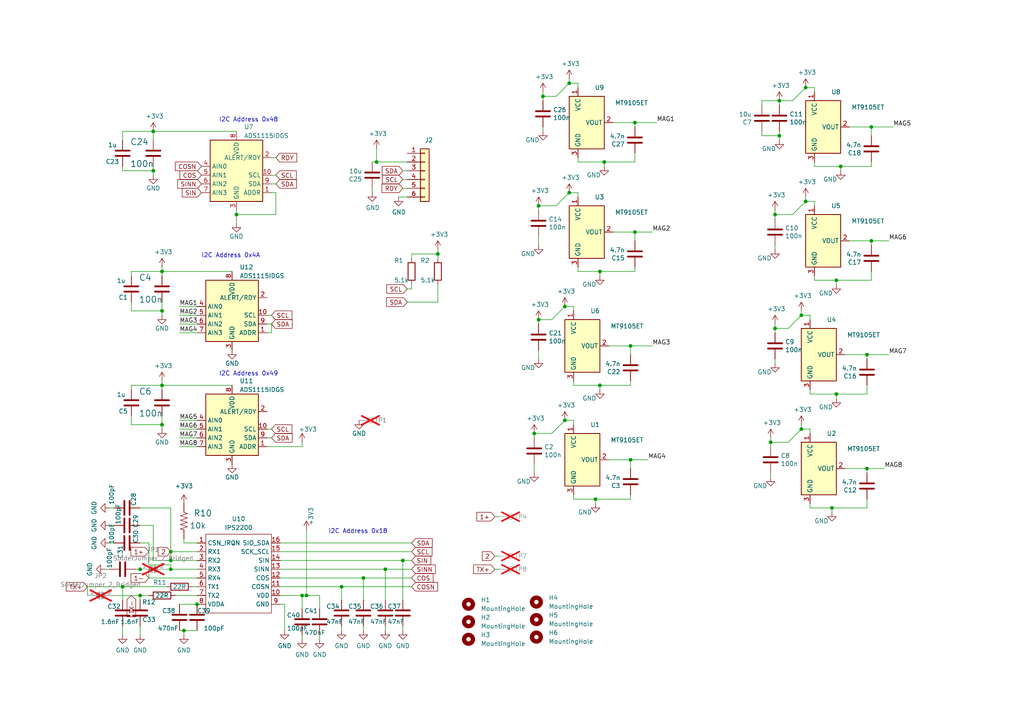
<source format=kicad_sch>
(kicad_sch (version 20231120) (generator "eeschema") (generator_version "8.0")
  (paper "A4")
  (junction (at 232.41 91.44))
  (junction (at 127 73.66))
  (junction (at 109.22 46.99))
  (junction (at 182.88 133.35))
  (junction (at 173.99 111.76))
  (junction (at 163.83 88.9))
  (junction (at 226.06 39.37))
  (junction (at 46.99 111.76))
  (junction (at 172.72 144.78))
  (junction (at 154.94 125.73))
  (junction (at 44.45 38.1))
  (junction (at 223.52 128.27))
  (junction (at 252.73 36.83))
  (junction (at 251.46 135.89))
  (junction (at 156.21 92.71))
  (junction (at 88.9 172.72))
  (junction (at 40.64 165.1))
  (junction (at 252.73 69.85))
  (junction (at 224.79 95.25))
  (junction (at 226.06 29.21))
  (junction (at 184.15 67.31))
  (junction (at 68.58 62.23))
  (junction (at 242.57 114.3))
  (junction (at 49.53 160.02))
  (junction (at 40.64 172.72))
  (junction (at 87.63 172.72))
  (junction (at 173.99 78.74))
  (junction (at 156.21 59.69))
  (junction (at 57.15 175.26))
  (junction (at 49.53 162.56))
  (junction (at 224.79 62.23))
  (junction (at 232.41 124.46))
  (junction (at 184.15 35.56))
  (junction (at 182.88 100.33))
  (junction (at 46.99 123.19))
  (junction (at 163.83 121.92))
  (junction (at 46.99 78.74))
  (junction (at 105.41 167.64))
  (junction (at 165.1 24.13))
  (junction (at 53.34 182.88))
  (junction (at 242.57 81.28))
  (junction (at 165.1 55.88))
  (junction (at 157.48 27.94))
  (junction (at 99.06 170.18))
  (junction (at 49.53 165.1))
  (junction (at 44.45 49.53))
  (junction (at 35.56 170.18))
  (junction (at 175.26 46.99))
  (junction (at 241.3 147.32))
  (junction (at 243.84 48.26))
  (junction (at 46.99 90.17))
  (junction (at 233.68 25.4))
  (junction (at 116.84 162.56))
  (junction (at 233.68 58.42))
  (junction (at 251.46 102.87))
  (junction (at 111.76 165.1))
  (wire (pts (xy 160.02 92.71) (xy 163.83 88.9)))
  (wire (pts (xy 115.57 57.15) (xy 118.11 57.15)))
  (wire (pts (xy 226.06 29.21) (xy 229.87 29.21)))
  (wire (pts (xy 33.02 172.72) (xy 40.64 172.72)))
  (wire (pts (xy 119.38 73.66) (xy 119.38 74.93)))
  (wire (pts (xy 184.15 35.56) (xy 184.15 36.83)))
  (wire (pts (xy 40.64 165.1) (xy 43.18 165.1)))
  (wire (pts (xy 234.95 125.73) (xy 234.95 124.46)))
  (wire (pts (xy 233.68 58.42) (xy 236.22 58.42)))
  (wire (pts (xy 46.99 90.17) (xy 46.99 91.44)))
  (wire (pts (xy 226.06 39.37) (xy 226.06 40.64)))
  (wire (pts (xy 220.98 30.48) (xy 220.98 29.21)))
  (wire (pts (xy 184.15 77.47) (xy 184.15 78.74)))
  (wire (pts (xy 52.07 96.52) (xy 57.15 96.52)))
  (wire (pts (xy 87.63 128.27) (xy 87.63 129.54)))
  (wire (pts (xy 33.02 152.4) (xy 31.75 152.4)))
  (wire (pts (xy 52.07 121.92) (xy 57.15 121.92)))
  (wire (pts (xy 224.79 95.25) (xy 228.6 95.25)))
  (wire (pts (xy 143.51 165.1) (xy 144.78 165.1)))
  (wire (pts (xy 223.52 128.27) (xy 223.52 129.54)))
  (wire (pts (xy 38.1 120.65) (xy 38.1 123.19)))
  (wire (pts (xy 77.47 127) (xy 78.74 127)))
  (wire (pts (xy 167.64 46.99) (xy 175.26 46.99)))
  (wire (pts (xy 242.57 81.28) (xy 242.57 82.55)))
  (wire (pts (xy 40.64 181.61) (xy 40.64 184.15)))
  (wire (pts (xy 118.11 52.07) (xy 116.84 52.07)))
  (wire (pts (xy 49.53 147.32) (xy 49.53 160.02)))
  (wire (pts (xy 40.64 147.32) (xy 49.53 147.32)))
  (wire (pts (xy 105.41 181.61) (xy 105.41 182.88)))
  (wire (pts (xy 119.38 82.55) (xy 119.38 83.82)))
  (wire (pts (xy 167.64 57.15) (xy 167.64 55.88)))
  (wire (pts (xy 78.74 124.46) (xy 77.47 124.46)))
  (wire (pts (xy 182.88 100.33) (xy 189.23 100.33)))
  (wire (pts (xy 88.9 153.67) (xy 88.9 172.72)))
  (wire (pts (xy 251.46 144.78) (xy 251.46 147.32)))
  (wire (pts (xy 234.95 114.3) (xy 242.57 114.3)))
  (wire (pts (xy 143.51 149.86) (xy 144.78 149.86)))
  (wire (pts (xy 118.11 49.53) (xy 116.84 49.53)))
  (wire (pts (xy 118.11 83.82) (xy 119.38 83.82)))
  (wire (pts (xy 38.1 90.17) (xy 46.99 90.17)))
  (wire (pts (xy 156.21 68.58) (xy 156.21 71.12)))
  (wire (pts (xy 44.45 38.1) (xy 68.58 38.1)))
  (wire (pts (xy 251.46 102.87) (xy 251.46 104.14)))
  (wire (pts (xy 31.75 165.1) (xy 30.48 165.1)))
  (wire (pts (xy 154.94 125.73) (xy 154.94 127)))
  (wire (pts (xy 184.15 67.31) (xy 184.15 69.85)))
  (wire (pts (xy 111.76 165.1) (xy 111.76 173.99)))
  (wire (pts (xy 44.45 48.26) (xy 44.45 49.53)))
  (wire (pts (xy 49.53 160.02) (xy 49.53 162.56)))
  (wire (pts (xy 49.53 162.56) (xy 57.15 162.56)))
  (wire (pts (xy 57.15 160.02) (xy 49.53 160.02)))
  (wire (pts (xy 156.21 59.69) (xy 161.29 59.69)))
  (wire (pts (xy 252.73 36.83) (xy 252.73 39.37)))
  (wire (pts (xy 182.88 143.51) (xy 182.88 144.78)))
  (wire (pts (xy 251.46 111.76) (xy 251.46 114.3)))
  (wire (pts (xy 43.18 157.48) (xy 43.18 163.83)))
  (wire (pts (xy 40.64 157.48) (xy 43.18 157.48)))
  (wire (pts (xy 49.53 163.83) (xy 49.53 165.1)))
  (wire (pts (xy 43.18 163.83) (xy 49.53 163.83)))
  (wire (pts (xy 167.64 25.4) (xy 167.64 24.13)))
  (wire (pts (xy 224.79 62.23) (xy 224.79 63.5)))
  (wire (pts (xy 46.99 78.74) (xy 38.1 78.74)))
  (wire (pts (xy 157.48 36.83) (xy 157.48 38.1)))
  (wire (pts (xy 184.15 67.31) (xy 189.23 67.31)))
  (wire (pts (xy 166.37 123.19) (xy 166.37 121.92)))
  (wire (pts (xy 177.8 35.56) (xy 184.15 35.56)))
  (wire (pts (xy 224.79 60.96) (xy 224.79 62.23)))
  (wire (pts (xy 252.73 69.85) (xy 257.81 69.85)))
  (wire (pts (xy 44.45 49.53) (xy 44.45 50.8)))
  (wire (pts (xy 173.99 78.74) (xy 173.99 80.01)))
  (wire (pts (xy 52.07 124.46) (xy 57.15 124.46)))
  (wire (pts (xy 57.15 157.48) (xy 53.34 157.48)))
  (wire (pts (xy 105.41 167.64) (xy 105.41 173.99)))
  (wire (pts (xy 46.99 87.63) (xy 46.99 90.17)))
  (wire (pts (xy 167.64 45.72) (xy 167.64 46.99)))
  (wire (pts (xy 80.01 53.34) (xy 78.74 53.34)))
  (wire (pts (xy 116.84 162.56) (xy 116.84 173.99)))
  (wire (pts (xy 236.22 48.26) (xy 243.84 48.26)))
  (wire (pts (xy 226.06 38.1) (xy 226.06 39.37)))
  (wire (pts (xy 44.45 38.1) (xy 35.56 38.1)))
  (wire (pts (xy 33.02 157.48) (xy 31.75 157.48)))
  (wire (pts (xy 245.11 102.87) (xy 251.46 102.87)))
  (wire (pts (xy 163.83 121.92) (xy 166.37 121.92)))
  (wire (pts (xy 46.99 111.76) (xy 38.1 111.76)))
  (wire (pts (xy 44.45 38.1) (xy 44.45 40.64)))
  (wire (pts (xy 53.34 182.88) (xy 53.34 184.15)))
  (wire (pts (xy 233.68 25.4) (xy 236.22 25.4)))
  (wire (pts (xy 166.37 111.76) (xy 173.99 111.76)))
  (wire (pts (xy 182.88 133.35) (xy 182.88 135.89)))
  (wire (pts (xy 82.55 175.26) (xy 82.55 182.88)))
  (wire (pts (xy 82.55 175.26) (xy 81.28 175.26)))
  (wire (pts (xy 35.56 38.1) (xy 35.56 40.64)))
  (wire (pts (xy 166.37 90.17) (xy 166.37 88.9)))
  (wire (pts (xy 234.95 113.03) (xy 234.95 114.3)))
  (wire (pts (xy 242.57 81.28) (xy 252.73 81.28)))
  (wire (pts (xy 46.99 123.19) (xy 46.99 124.46)))
  (wire (pts (xy 107.95 46.99) (xy 109.22 46.99)))
  (wire (pts (xy 241.3 147.32) (xy 241.3 148.59)))
  (wire (pts (xy 224.79 71.12) (xy 224.79 72.39)))
  (wire (pts (xy 163.83 88.9) (xy 166.37 88.9)))
  (wire (pts (xy 78.74 93.98) (xy 77.47 93.98)))
  (wire (pts (xy 118.11 54.61) (xy 116.84 54.61)))
  (wire (pts (xy 46.99 78.74) (xy 67.31 78.74)))
  (wire (pts (xy 68.58 62.23) (xy 68.58 64.77)))
  (wire (pts (xy 99.06 181.61) (xy 99.06 182.88)))
  (wire (pts (xy 39.37 165.1) (xy 40.64 165.1)))
  (wire (pts (xy 43.18 165.1) (xy 43.18 167.64)))
  (wire (pts (xy 43.18 167.64) (xy 57.15 167.64)))
  (wire (pts (xy 161.29 59.69) (xy 165.1 55.88)))
  (wire (pts (xy 224.79 93.98) (xy 224.79 95.25)))
  (wire (pts (xy 223.52 137.16) (xy 223.52 138.43)))
  (wire (pts (xy 52.07 91.44) (xy 57.15 91.44)))
  (wire (pts (xy 177.8 67.31) (xy 184.15 67.31)))
  (wire (pts (xy 157.48 26.67) (xy 157.48 27.94)))
  (wire (pts (xy 252.73 46.99) (xy 252.73 48.26)))
  (wire (pts (xy 246.38 69.85) (xy 252.73 69.85)))
  (wire (pts (xy 111.76 181.61) (xy 111.76 182.88)))
  (wire (pts (xy 167.64 78.74) (xy 173.99 78.74)))
  (wire (pts (xy 44.45 152.4) (xy 44.45 162.56)))
  (wire (pts (xy 40.64 152.4) (xy 44.45 152.4)))
  (wire (pts (xy 44.45 162.56) (xy 49.53 162.56)))
  (wire (pts (xy 175.26 46.99) (xy 184.15 46.99)))
  (wire (pts (xy 68.58 60.96) (xy 68.58 62.23)))
  (wire (pts (xy 252.73 36.83) (xy 259.08 36.83)))
  (wire (pts (xy 53.34 156.21) (xy 53.34 157.48)))
  (wire (pts (xy 127 72.39) (xy 127 73.66)))
  (wire (pts (xy 236.22 46.99) (xy 236.22 48.26)))
  (wire (pts (xy 99.06 170.18) (xy 99.06 173.99)))
  (wire (pts (xy 52.07 93.98) (xy 57.15 93.98)))
  (wire (pts (xy 52.07 175.26) (xy 57.15 175.26)))
  (wire (pts (xy 52.07 182.88) (xy 53.34 182.88)))
  (wire (pts (xy 156.21 92.71) (xy 160.02 92.71)))
  (wire (pts (xy 154.94 125.73) (xy 160.02 125.73)))
  (wire (pts (xy 243.84 48.26) (xy 252.73 48.26)))
  (wire (pts (xy 224.79 62.23) (xy 229.87 62.23)))
  (wire (pts (xy 220.98 29.21) (xy 226.06 29.21)))
  (wire (pts (xy 223.52 128.27) (xy 228.6 128.27)))
  (wire (pts (xy 88.9 172.72) (xy 92.71 172.72)))
  (wire (pts (xy 92.71 172.72) (xy 92.71 176.53)))
  (wire (pts (xy 87.63 172.72) (xy 88.9 172.72)))
  (wire (pts (xy 25.4 170.18) (xy 35.56 170.18)))
  (wire (pts (xy 25.4 170.18) (xy 25.4 172.72)))
  (wire (pts (xy 35.56 170.18) (xy 48.26 170.18)))
  (wire (pts (xy 40.64 172.72) (xy 43.18 172.72)))
  (wire (pts (xy 220.98 39.37) (xy 226.06 39.37)))
  (wire (pts (xy 173.99 78.74) (xy 184.15 78.74)))
  (wire (pts (xy 118.11 87.63) (xy 127 87.63)))
  (wire (pts (xy 251.46 135.89) (xy 256.54 135.89)))
  (wire (pts (xy 78.74 91.44) (xy 77.47 91.44)))
  (wire (pts (xy 80.01 45.72) (xy 78.74 45.72)))
  (wire (pts (xy 81.28 160.02) (xy 119.38 160.02)))
  (wire (pts (xy 172.72 144.78) (xy 182.88 144.78)))
  (wire (pts (xy 236.22 26.67) (xy 236.22 25.4)))
  (wire (pts (xy 68.58 62.23) (xy 80.01 62.23)))
  (wire (pts (xy 166.37 143.51) (xy 166.37 144.78)))
  (wire (pts (xy 234.95 147.32) (xy 241.3 147.32)))
  (wire (pts (xy 232.41 91.44) (xy 232.41 90.17)))
  (wire (pts (xy 38.1 111.76) (xy 38.1 113.03)))
  (wire (pts (xy 184.15 44.45) (xy 184.15 46.99)))
  (wire (pts (xy 92.71 184.15) (xy 92.71 185.42)))
  (wire (pts (xy 161.29 27.94) (xy 165.1 24.13)))
  (wire (pts (xy 173.99 111.76) (xy 182.88 111.76)))
  (wire (pts (xy 172.72 144.78) (xy 172.72 146.05)))
  (wire (pts (xy 228.6 95.25) (xy 232.41 91.44)))
  (wire (pts (xy 236.22 81.28) (xy 242.57 81.28)))
  (wire (pts (xy 157.48 27.94) (xy 157.48 29.21)))
  (wire (pts (xy 182.88 100.33) (xy 182.88 102.87)))
  (wire (pts (xy 127 73.66) (xy 127 74.93)))
  (wire (pts (xy 236.22 80.01) (xy 236.22 81.28)))
  (wire (pts (xy 252.73 78.74) (xy 252.73 81.28)))
  (wire (pts (xy 52.07 88.9) (xy 57.15 88.9)))
  (wire (pts (xy 251.46 102.87) (xy 257.81 102.87)))
  (wire (pts (xy 81.28 167.64) (xy 105.41 167.64)))
  (wire (pts (xy 105.41 167.64) (xy 119.38 167.64)))
  (wire (pts (xy 38.1 123.19) (xy 46.99 123.19)))
  (wire (pts (xy 224.79 95.25) (xy 224.79 96.52)))
  (wire (pts (xy 35.56 181.61) (xy 35.56 184.15)))
  (wire (pts (xy 52.07 127) (xy 57.15 127)))
  (wire (pts (xy 165.1 24.13) (xy 167.64 24.13)))
  (wire (pts (xy 242.57 114.3) (xy 251.46 114.3)))
  (wire (pts (xy 176.53 100.33) (xy 182.88 100.33)))
  (wire (pts (xy 99.06 170.18) (xy 119.38 170.18)))
  (wire (pts (xy 81.28 170.18) (xy 99.06 170.18)))
  (wire (pts (xy 241.3 147.32) (xy 251.46 147.32)))
  (wire (pts (xy 81.28 162.56) (xy 116.84 162.56)))
  (wire (pts (xy 116.84 162.56) (xy 119.38 162.56)))
  (wire (pts (xy 182.88 133.35) (xy 187.96 133.35)))
  (wire (pts (xy 220.98 38.1) (xy 220.98 39.37)))
  (wire (pts (xy 165.1 55.88) (xy 167.64 55.88)))
  (wire (pts (xy 35.56 49.53) (xy 44.45 49.53)))
  (wire (pts (xy 52.07 129.54) (xy 57.15 129.54)))
  (wire (pts (xy 184.15 35.56) (xy 190.5 35.56)))
  (wire (pts (xy 46.99 111.76) (xy 46.99 113.03)))
  (wire (pts (xy 109.22 46.99) (xy 118.11 46.99)))
  (wire (pts (xy 77.47 96.52) (xy 78.74 96.52)))
  (wire (pts (xy 229.87 29.21) (xy 233.68 25.4)))
  (wire (pts (xy 166.37 144.78) (xy 172.72 144.78)))
  (wire (pts (xy 46.99 78.74) (xy 46.99 80.01)))
  (wire (pts (xy 252.73 69.85) (xy 252.73 71.12)))
  (wire (pts (xy 38.1 78.74) (xy 38.1 80.01)))
  (wire (pts (xy 33.02 147.32) (xy 31.75 147.32)))
  (wire (pts (xy 173.99 111.76) (xy 173.99 113.03)))
  (wire (pts (xy 78.74 55.88) (xy 80.01 55.88)))
  (wire (pts (xy 166.37 110.49) (xy 166.37 111.76)))
  (wire (pts (xy 119.38 73.66) (xy 127 73.66)))
  (wire (pts (xy 156.21 101.6) (xy 156.21 104.14)))
  (wire (pts (xy 165.1 24.13) (xy 165.1 22.86)))
  (wire (pts (xy 46.99 120.65) (xy 46.99 123.19)))
  (wire (pts (xy 81.28 165.1) (xy 111.76 165.1)))
  (wire (pts (xy 111.76 165.1) (xy 119.38 165.1)))
  (wire (pts (xy 233.68 58.42) (xy 233.68 57.15)))
  (wire (pts (xy 234.95 92.71) (xy 234.95 91.44)))
  (wire (pts (xy 226.06 29.21) (xy 226.06 30.48)))
  (wire (pts (xy 160.02 125.73) (xy 163.83 121.92)))
  (wire (pts (xy 224.79 104.14) (xy 224.79 105.41)))
  (wire (pts (xy 251.46 135.89) (xy 251.46 137.16)))
  (wire (pts (xy 236.22 59.69) (xy 236.22 58.42)))
  (wire (pts (xy 229.87 62.23) (xy 233.68 58.42)))
  (wire (pts (xy 80.01 55.88) (xy 80.01 62.23)))
  (wire (pts (xy 38.1 87.63) (xy 38.1 90.17)))
  (wire (pts (xy 154.94 134.62) (xy 154.94 137.16)))
  (wire (pts (xy 35.56 48.26) (xy 35.56 49.53)))
  (wire (pts (xy 87.63 184.15) (xy 87.63 185.42)))
  (wire (pts (xy 232.41 124.46) (xy 232.41 123.19)))
  (wire (pts (xy 223.52 127) (xy 223.52 128.27)))
  (wire (pts (xy 55.88 170.18) (xy 57.15 170.18)))
  (wire (pts (xy 232.41 124.46) (xy 234.95 124.46)))
  (wire (pts (xy 143.51 161.29) (xy 144.78 161.29)))
  (wire (pts (xy 156.21 92.71) (xy 156.21 93.98)))
  (wire (pts (xy 234.95 146.05) (xy 234.95 147.32)))
  (wire (pts (xy 40.64 172.72) (xy 40.64 173.99)))
  (wire (pts (xy 57.15 182.88) (xy 53.34 182.88)))
  (wire (pts (xy 246.38 36.83) (xy 252.73 36.83)))
  (wire (pts (xy 109.22 43.18) (xy 109.22 46.99)))
  (wire (pts (xy 46.99 111.76) (xy 67.31 111.76)))
  (wire (pts (xy 80.01 50.8) (xy 78.74 50.8)))
  (wire (pts (xy 228.6 128.27) (xy 232.41 124.46)))
  (wire (pts (xy 77.47 129.54) (xy 87.63 129.54)))
  (wire (pts (xy 232.41 91.44) (xy 234.95 91.44)))
  (wire (pts (xy 87.63 172.72) (xy 87.63 176.53)))
  (wire (pts (xy 81.28 172.72) (xy 87.63 172.72)))
  (wire (pts (xy 127 82.55) (xy 127 87.63)))
  (wire (pts (xy 182.88 110.49) (xy 182.88 111.76)))
  (wire (pts (xy 167.64 77.47) (xy 167.64 78.74)))
  (wire (pts (xy 46.99 110.49) (xy 46.99 111.76)))
  (wire (pts (xy 243.84 48.26) (xy 243.84 49.53)))
  (wire (pts (xy 35.56 173.99) (xy 35.56 170.18)))
  (wire (pts (xy 48.26 165.1) (xy 49.53 165.1)))
  (wire (pts (xy 245.11 135.89) (xy 251.46 135.89)))
  (wire (pts (xy 57.15 165.1) (xy 49.53 165.1)))
  (wire (pts (xy 81.28 157.48) (xy 119.38 157.48)))
  (wire (pts (xy 176.53 133.35) (xy 182.88 133.35)))
  (wire (pts (xy 46.99 77.47) (xy 46.99 78.74)))
  (wire (pts (xy 107.95 55.88) (xy 107.95 54.61)))
  (wire (pts (xy 78.74 93.98) (xy 78.74 96.52)))
  (wire (pts (xy 157.48 27.94) (xy 161.29 27.94)))
  (wire (pts (xy 242.57 114.3) (xy 242.57 115.57)))
  (wire (pts (xy 175.26 46.99) (xy 175.26 48.26)))
  (wire (pts (xy 156.21 59.69) (xy 156.21 60.96)))
  (wire (pts (xy 116.84 181.61) (xy 116.84 182.88)))
  (wire (pts (xy 50.8 172.72) (xy 57.15 172.72)))
  (text "I2C Address 0x49" (at 63.5 109.22 0) (effects (font (size 1.27 1.27)) (justify left bottom)))
  (text "I2C Address 0x18" (at 95.25 154.94 0) (effects (font (size 1.27 1.27)) (justify left bottom)))
  (text "I2C Address 0x48" (at 63.5 35.56 0) (effects (font (size 1.27 1.27)) (justify left bottom)))
  (text "I2C Address 0x4A" (at 58.42 74.93 0) (effects (font (size 1.27 1.27)) (justify left bottom)))
  (label "MAG3" (at 189.23 100.33 0))
  (label "MAG8" (at 52.07 129.54 0))
  (label "MAG2" (at 52.07 91.44 0))
  (label "MAG4" (at 187.96 133.35 0))
  (label "MAG6" (at 52.07 124.46 0))
  (label "MAG3" (at 52.07 93.98 0))
  (label "MAG8" (at 256.54 135.89 0))
  (label "MAG5" (at 259.08 36.83 0))
  (label "MAG7" (at 52.07 127 0))
  (label "MAG2" (at 189.23 67.31 0))
  (label "MAG1" (at 190.5 35.56 0))
  (label "MAG1" (at 52.07 88.9 0))
  (label "MAG7" (at 257.81 102.87 0))
  (label "MAG6" (at 257.81 69.85 0))
  (label "MAG4" (at 52.07 96.52 0))
  (label "MAG5" (at 52.07 121.92 0))
  (global_label "SDA" (shape input) (at 78.74 93.98 0) (property "Intersheetrefs" "${INTERSHEET_REFS}" (effects (hide yes))))
  (global_label "1-" (shape input) (at 43.18 167.64 180) (property "Intersheetrefs" "${INTERSHEET_REFS}" (effects (hide yes))))
  (global_label "SCL" (shape input) (at 118.11 83.82 180) (property "Intersheetrefs" "${INTERSHEET_REFS}" (effects (hide yes))))
  (global_label "1+" (shape input) (at 43.18 160.02 180) (property "Intersheetrefs" "${INTERSHEET_REFS}" (effects (hide yes))))
  (global_label "COS" (shape input) (at 119.38 167.64 0) (property "Intersheetrefs" "${INTERSHEET_REFS}" (effects (hide yes))))
  (global_label "SCL" (shape input) (at 116.84 52.07 180) (property "Intersheetrefs" "${INTERSHEET_REFS}" (effects (hide yes))))
  (global_label "SDA" (shape input) (at 119.38 157.48 0) (property "Intersheetrefs" "${INTERSHEET_REFS}" (effects (hide yes))))
  (global_label "SIN" (shape input) (at 119.38 162.56 0) (property "Intersheetrefs" "${INTERSHEET_REFS}" (effects (hide yes))))
  (global_label "SCL" (shape input) (at 80.01 50.8 0) (property "Intersheetrefs" "${INTERSHEET_REFS}" (effects (hide yes))))
  (global_label "TX-" (shape input) (at 38.1 172.72 270) (property "Intersheetrefs" "${INTERSHEET_REFS}" (effects (hide yes))))
  (global_label "COSN" (shape input) (at 119.38 170.18 0) (property "Intersheetrefs" "${INTERSHEET_REFS}" (effects (hide yes))))
  (global_label "RDY" (shape input) (at 116.84 54.61 180) (property "Intersheetrefs" "${INTERSHEET_REFS}" (effects (hide yes))))
  (global_label "COSN" (shape input) (at 58.42 48.26 180) (property "Intersheetrefs" "${INTERSHEET_REFS}" (effects (hide yes))))
  (global_label "2" (shape input) (at 143.51 161.29 180) (property "Intersheetrefs" "${INTERSHEET_REFS}" (effects (hide yes))))
  (global_label "SCL" (shape input) (at 78.74 91.44 0) (property "Intersheetrefs" "${INTERSHEET_REFS}" (effects (hide yes))))
  (global_label "TX+" (shape input) (at 25.4 170.18 180) (property "Intersheetrefs" "${INTERSHEET_REFS}" (effects (hide yes))))
  (global_label "SINN" (shape input) (at 119.38 165.1 0) (property "Intersheetrefs" "${INTERSHEET_REFS}" (effects (hide yes))))
  (global_label "SDA" (shape input) (at 116.84 49.53 180) (property "Intersheetrefs" "${INTERSHEET_REFS}" (effects (hide yes))))
  (global_label "SDA" (shape input) (at 80.01 53.34 0) (property "Intersheetrefs" "${INTERSHEET_REFS}" (effects (hide yes))))
  (global_label "2" (shape input) (at 49.53 160.02 180) (property "Intersheetrefs" "${INTERSHEET_REFS}" (effects (hide yes))))
  (global_label "SCL" (shape input) (at 78.74 124.46 0) (property "Intersheetrefs" "${INTERSHEET_REFS}" (effects (hide yes))))
  (global_label "COS" (shape input) (at 58.42 50.8 180) (property "Intersheetrefs" "${INTERSHEET_REFS}" (effects (hide yes))))
  (global_label "1+" (shape input) (at 143.51 149.86 180) (property "Intersheetrefs" "${INTERSHEET_REFS}" (effects (hide yes))))
  (global_label "SCL" (shape input) (at 119.38 160.02 0) (property "Intersheetrefs" "${INTERSHEET_REFS}" (effects (hide yes))))
  (global_label "SINN" (shape input) (at 58.42 53.34 180) (property "Intersheetrefs" "${INTERSHEET_REFS}" (effects (hide yes))))
  (global_label "SDA" (shape input) (at 118.11 87.63 180) (property "Intersheetrefs" "${INTERSHEET_REFS}" (effects (hide yes))))
  (global_label "RDY" (shape input) (at 80.01 45.72 0) (property "Intersheetrefs" "${INTERSHEET_REFS}" (effects (hide yes))))
  (global_label "TX+" (shape input) (at 143.51 165.1 180) (property "Intersheetrefs" "${INTERSHEET_REFS}" (effects (hide yes))))
  (global_label "SDA" (shape input) (at 78.74 127 0) (property "Intersheetrefs" "${INTERSHEET_REFS}" (effects (hide yes))))
  (global_label "SIN" (shape input) (at 58.42 55.88 180) (property "Intersheetrefs" "${INTERSHEET_REFS}" (effects (hide yes))))
  (symbol (lib_id "power:GND") (at 87.63 185.42 0) (unit 1)
    (property "Reference" "#PWR063" (effects (hide yes)))
    (property "Value" "GND" (at 87.63 189.865 0))
  )
  (symbol (lib_id "Device:C") (at 44.45 44.45 0) (unit 1)
    (property "Reference" "C24" (at 37.719 42.164 0) (effects (font (size 1.778 1.778)) (justify left bottom)))
    (property "Value" "100n" (at 37.6936 48.514 0) (effects (font (size 1.778 1.778)) (justify left bottom)))
    (property "Footprint" "Capacitor_SMD:C_0603_1608Metric" (effects (hide yes)))
  )
  (symbol (lib_id "power:GND") (at 40.64 184.15 0) (unit 1)
    (property "Reference" "#PWR061" (effects (hide yes)))
    (property "Value" "GND" (at 40.64 188.595 0))
  )
  (symbol (lib_id "Mechanical:MountingHole") (at 155.575 184.785 0) (unit 1)
    (property "Reference" "H6" (at 159.131 183.5149 0) (effects (justify left)))
    (property "Value" "MountingHole" (at 159.131 186.0549 0) (effects (justify left)))
    (property "Footprint" "encoder:SMD_BD5.6-D4.1" (effects (hide yes)))
    (property "LCSC" "C2915308" (effects (hide yes)))
  )
  (symbol (lib_id "Sensor_Magnetic:A1101LLHL") (at 237.49 102.87 0) (unit 1)
    (property "Reference" "U4" (at 242.57 92.7099 0) (effects (justify right)))
    (property "Value" "MT9105ET" (at 255.27 97.1549 0) (effects (justify right)))
    (property "Footprint" "Package_TO_SOT_SMD:SOT-23" (effects (hide yes)))
    (property "LCSC" "C967861" (effects (hide yes)))
  )
  (symbol (lib_id "power:GND") (at 173.99 113.03 0) (unit 1)
    (property "Reference" "#PWR035" (effects (hide yes)))
    (property "Value" "GND" (at 170.942 115.5192 0))
  )
  (symbol (lib_id "Mechanical:MountingHole") (at 135.89 185.42 0) (unit 1)
    (property "Reference" "H3" (at 139.446 184.1499 0) (effects (justify left)))
    (property "Value" "MountingHole" (at 139.446 186.6899 0) (effects (justify left)))
    (property "Footprint" "encoder:SMD_BD5.6-D4.1" (effects (hide yes)))
    (property "LCSC" "C2915308" (effects (hide yes)))
  )
  (symbol (lib_id "power:+3V3") (at 109.22 43.18 0) (unit 1)
    (property "Reference" "#PWR038" (effects (hide yes)))
    (property "Value" "+3V3" (at 109.601 38.7858 0))
  )
  (symbol (lib_id "Connector_Generic:Conn_01x06") (at 123.19 49.53 0) (unit 1)
    (property "Reference" "J2" (at 123.19 40.6399 0) (effects (justify left)))
    (property "Value" "Conn_01x06" (effects (hide yes)))
    (property "Footprint" "parts:Ckmtw-W-2510S06P_1x06_P2.54mm_Horizontal" (effects (hide yes)))
    (property "LCSC" "C2982045" (effects (hide yes)))
  )
  (symbol (lib_id "Device:R") (at 119.38 78.74 0) (unit 1)
    (property "Reference" "R1" (at 114.3 75.565 0) (effects (justify left)))
    (property "Value" "5.1k" (at 114.3 81.28 0) (effects (justify left)))
    (property "Footprint" "Resistor_SMD:R_0603_1608Metric" (effects (hide yes)))
    (property "LCSC" "C26000" (effects (hide yes)))
  )
  (symbol (lib_id "power:GND") (at 31.75 157.48 270) (unit 1)
    (property "Reference" "#PWR053" (effects (hide yes)))
    (property "Value" "GND" (at 27.305 157.48 0))
  )
  (symbol (lib_id "Device:C") (at 87.63 180.34 180) (unit 1)
    (property "Reference" "C40" (at 83.185 178.4349 0) (effects (justify right)))
    (property "Value" "100pF" (at 83.185 182.2449 0) (effects (justify right)))
    (property "Footprint" "Capacitor_SMD:C_0603_1608Metric" (effects (hide yes)))
    (property "LCSC" "C14665" (effects (hide yes)))
  )
  (symbol (lib_id "Device:C") (at 184.15 40.64 180) (unit 1)
    (property "Reference" "C27" (at 181.229 41.8084 0) (effects (justify left)))
    (property "Value" "4.7n" (at 181.229 39.497 0) (effects (justify left)))
    (property "Footprint" "Capacitor_SMD:C_0603_1608Metric" (effects (hide yes)))
    (property "LCSC" "C106218" (effects (hide yes)))
  )
  (symbol (lib_id "Device:C") (at 251.46 107.95 180) (unit 1)
    (property "Reference" "C16" (at 248.539 109.1184 0) (effects (justify left)))
    (property "Value" "4.7n" (at 248.539 106.807 0) (effects (justify left)))
    (property "Footprint" "Capacitor_SMD:C_0603_1608Metric" (effects (hide yes)))
    (property "LCSC" "C106218" (effects (hide yes)))
  )
  (symbol (lib_id "Device:R") (at 52.07 170.18 90) (unit 1)
    (property "Reference" "R11" (at 46.355 168.91 90))
    (property "Value" "22R" (at 52.07 170.18 90))
    (property "Footprint" "Resistor_SMD:R_0603_1608Metric" (effects (hide yes)))
    (property "LCSC" "C5139508" (effects (hide yes)))
  )
  (symbol (lib_id "power:GND") (at 105.41 182.88 0) (unit 1)
    (property "Reference" "#PWR057" (effects (hide yes)))
    (property "Value" "GND" (at 105.41 187.325 0))
  )
  (symbol (lib_id "Device:C") (at 36.83 152.4 90) (unit 1)
    (property "Reference" "C29" (at 39.3701 149.225 0) (effects (justify right)))
    (property "Value" "100pF" (at 34.2901 146.05 0) (effects (justify right)))
    (property "Footprint" "Capacitor_SMD:C_0603_1608Metric" (effects (hide yes)))
    (property "LCSC" "C14665" (effects (hide yes)))
  )
  (symbol (lib_id "power:+3V3") (at 163.83 121.92 0) (unit 1)
    (property "Reference" "#PWR03" (effects (hide yes)))
    (property "Value" "+3V3" (at 164.211 117.5258 0))
  )
  (symbol (lib_id "power:+3V3") (at 232.41 123.19 0) (unit 1)
    (property "Reference" "#PWR015" (effects (hide yes)))
    (property "Value" "+3V3" (at 232.791 118.7958 0))
  )
  (symbol (lib_id "Device:C") (at 35.56 44.45 180) (unit 1)
    (property "Reference" "C23" (at 34.544 46.8884 0) (effects (justify left)))
    (property "Value" "1u" (at 33.909 42.037 0) (effects (justify left)))
    (property "Footprint" "Capacitor_SMD:C_0603_1608Metric" (effects (hide yes)))
    (property "LCSC" "C15849" (effects (hide yes)))
  )
  (symbol (lib_id "Sensor_Magnetic:A1101LLHL") (at 237.49 135.89 0) (unit 1)
    (property "Reference" "U2" (at 242.57 125.7299 0) (effects (justify right)))
    (property "Value" "MT9105ET" (at 255.27 130.1749 0) (effects (justify right)))
    (property "Footprint" "Package_TO_SOT_SMD:SOT-23" (effects (hide yes)))
    (property "LCSC" "C967861" (effects (hide yes)))
  )
  (symbol (lib_id "power:GND") (at 104.14 121.92 0) (unit 1)
    (property "Reference" "#PWR045" (effects (hide yes)))
    (property "Value" "GND" (at 104.14 125.73 0))
  )
  (symbol (lib_id "power:GND") (at 116.84 182.88 0) (unit 1)
    (property "Reference" "#PWR059" (effects (hide yes)))
    (property "Value" "GND" (at 116.84 187.325 0))
  )
  (symbol (lib_id "Device:C") (at 226.06 34.29 0) (unit 1)
    (property "Reference" "C11" (at 228.981 33.1216 0) (effects (justify left)))
    (property "Value" "100n" (at 228.981 35.433 0) (effects (justify left)))
    (property "Footprint" "Capacitor_SMD:C_0603_1608Metric" (effects (hide yes)))
    (property "LCSC" "C14663" (effects (hide yes)))
  )
  (symbol (lib_id "power:GND") (at 67.31 101.6 0) (unit 1)
    (property "Reference" "#PWR032" (effects (hide yes)))
    (property "Value" "GND" (at 67.31 105.41 0))
  )
  (symbol (lib_id "Sensor_Magnetic:A1101LLHL") (at 238.76 36.83 0) (unit 1)
    (property "Reference" "U8" (at 243.84 26.6699 0) (effects (justify right)))
    (property "Value" "MT9105ET" (at 256.54 31.1149 0) (effects (justify right)))
    (property "Footprint" "Package_TO_SOT_SMD:SOT-23" (effects (hide yes)))
    (property "LCSC" "C967861" (effects (hide yes)))
  )
  (symbol (lib_id "power:+3V3") (at 154.94 125.73 0) (unit 1)
    (property "Reference" "#PWR01" (effects (hide yes)))
    (property "Value" "+3V3" (at 155.321 121.3358 0))
  )
  (symbol (lib_id "Mechanical:MountingHole") (at 135.89 175.26 0) (unit 1)
    (property "Reference" "H1" (at 139.446 173.9899 0) (effects (justify left)))
    (property "Value" "MountingHole" (at 139.446 176.5299 0) (effects (justify left)))
    (property "Footprint" "encoder:SMD_BD5.6-D4.1" (effects (hide yes)))
    (property "LCSC" "C2915308" (effects (hide yes)))
  )
  (symbol (lib_id "Sensor_Magnetic:A1101LLHL") (at 168.91 133.35 0) (unit 1)
    (property "Reference" "U1" (at 173.99 123.1899 0) (effects (justify right)))
    (property "Value" "MT9105ET" (at 186.69 127.6349 0) (effects (justify right)))
    (property "Footprint" "Package_TO_SOT_SMD:SOT-23" (effects (hide yes)))
    (property "LCSC" "C967861" (effects (hide yes)))
  )
  (symbol (lib_id "power:GND") (at 223.52 138.43 0) (unit 1)
    (property "Reference" "#PWR06" (effects (hide yes)))
    (property "Value" "GND" (at 220.472 140.9192 0))
  )
  (symbol (lib_id "Connector:TestPoint") (at 144.78 165.1 270) (unit 1) (in_bom no) (dnp yes)
    (property "Reference" "TP8" (at 149.225 165.1 90) (effects (justify left)))
    (property "Value" "TestPoint" (effects (hide yes)))
    (property "Footprint" "TestPoint:TestPoint_Pad_D2.0mm" (effects (hide yes)))
  )
  (symbol (lib_id "power:+3V3") (at 156.21 92.71 0) (unit 1)
    (property "Reference" "#PWR025" (effects (hide yes)))
    (property "Value" "+3V3" (at 156.591 88.3158 0))
  )
  (symbol (lib_id "Sensor_Magnetic:A1101LLHL") (at 170.18 67.31 0) (unit 1)
    (property "Reference" "U3" (at 175.26 57.1499 0) (effects (justify right)))
    (property "Value" "MT9105ET" (at 187.96 61.5949 0) (effects (justify right)))
    (property "Footprint" "Package_TO_SOT_SMD:SOT-23" (effects (hide yes)))
    (property "LCSC" "C967861" (effects (hide yes)))
  )
  (symbol (lib_id "Device:C") (at 107.95 50.8 180) (unit 1)
    (property "Reference" "C25" (at 105.029 51.9684 0) (effects (justify left)))
    (property "Value" "10u" (at 105.029 49.657 0) (effects (justify left)))
    (property "Footprint" "Capacitor_SMD:C_0805_2012Metric" (effects (hide yes)))
    (property "LCSC" "C15850" (effects (hide yes)))
  )
  (symbol (lib_id "Device:C") (at 251.46 140.97 180) (unit 1)
    (property "Reference" "C12" (at 248.539 142.1384 0) (effects (justify left)))
    (property "Value" "4.7n" (at 248.539 139.827 0) (effects (justify left)))
    (property "Footprint" "Capacitor_SMD:C_0603_1608Metric" (effects (hide yes)))
    (property "LCSC" "C106218" (effects (hide yes)))
  )
  (symbol (lib_id "power:GND") (at 115.57 57.15 0) (unit 1)
    (property "Reference" "#PWR040" (effects (hide yes)))
    (property "Value" "GND" (at 115.697 61.5442 0))
  )
  (symbol (lib_id "Device:C") (at 38.1 83.82 180) (unit 1)
    (property "Reference" "C1" (at 37.084 86.2584 0) (effects (justify left)))
    (property "Value" "1u" (at 36.449 81.407 0) (effects (justify left)))
    (property "Footprint" "Capacitor_SMD:C_0603_1608Metric" (effects (hide yes)))
    (property "LCSC" "C15849" (effects (hide yes)))
  )
  (symbol (lib_id "Device:C") (at 252.73 43.18 180) (unit 1)
    (property "Reference" "C18" (at 249.809 44.3484 0) (effects (justify left)))
    (property "Value" "4.7n" (at 249.809 42.037 0) (effects (justify left)))
    (property "Footprint" "Capacitor_SMD:C_0603_1608Metric" (effects (hide yes)))
    (property "LCSC" "C106218" (effects (hide yes)))
  )
  (symbol (lib_id "power:+3V3") (at 232.41 90.17 0) (unit 1)
    (property "Reference" "#PWR016" (effects (hide yes)))
    (property "Value" "+3V3" (at 232.791 85.7758 0))
  )
  (symbol (lib_id "Connector:TestPoint") (at 144.78 161.29 270) (unit 1) (in_bom no) (dnp yes)
    (property "Reference" "TP7" (at 149.225 161.29 90) (effects (justify left)))
    (property "Value" "TestPoint" (effects (hide yes)))
    (property "Footprint" "TestPoint:TestPoint_Pad_D2.0mm" (effects (hide yes)))
  )
  (symbol (lib_id "Device:C") (at 184.15 73.66 180) (unit 1)
    (property "Reference" "C15" (at 181.229 74.8284 0) (effects (justify left)))
    (property "Value" "4.7n" (at 181.229 72.517 0) (effects (justify left)))
    (property "Footprint" "Capacitor_SMD:C_0603_1608Metric" (effects (hide yes)))
    (property "LCSC" "C106218" (effects (hide yes)))
  )
  (symbol (lib_id "Sensor_Magnetic:A1101LLHL") (at 238.76 69.85 0) (unit 1)
    (property "Reference" "U5" (at 243.84 59.6899 0) (effects (justify right)))
    (property "Value" "MT9105ET" (at 256.54 64.1349 0) (effects (justify right)))
    (property "Footprint" "Package_TO_SOT_SMD:SOT-23" (effects (hide yes)))
    (property "LCSC" "C967861" (effects (hide yes)))
  )
  (symbol (lib_id "power:GND") (at 175.26 48.26 0) (unit 1)
    (property "Reference" "#PWR048" (effects (hide yes)))
    (property "Value" "GND" (at 172.212 50.7492 0))
  )
  (symbol (lib_id "power:+3V3") (at 233.68 57.15 0) (unit 1)
    (property "Reference" "#PWR018" (effects (hide yes)))
    (property "Value" "+3V3" (at 234.061 52.7558 0))
  )
  (symbol (lib_id "power:GND") (at 31.75 147.32 270) (unit 1)
    (property "Reference" "#PWR050" (effects (hide yes)))
    (property "Value" "GND" (at 27.305 147.32 0))
  )
  (symbol (lib_id "power:GND") (at 111.76 182.88 0) (unit 1)
    (property "Reference" "#PWR058" (effects (hide yes)))
    (property "Value" "GND" (at 111.76 187.325 0))
  )
  (symbol (lib_id "Mechanical:MountingHole") (at 155.575 179.705 0) (unit 1)
    (property "Reference" "H5" (at 159.131 178.4349 0) (effects (justify left)))
    (property "Value" "MountingHole" (at 159.131 180.9749 0) (effects (justify left)))
    (property "Footprint" "encoder:SMD_BD5.6-D4.1" (effects (hide yes)))
    (property "LCSC" "C2915308" (effects (hide yes)))
  )
  (symbol (lib_id "power:+3V3") (at 163.83 88.9 0) (unit 1)
    (property "Reference" "#PWR024" (effects (hide yes)))
    (property "Value" "+3V3" (at 164.211 84.5058 0))
  )
  (symbol (lib_id "MotorController:TAYLOR_RESISTOR") (at 53.34 151.13 270) (unit 1)
    (property "Reference" "R10" (at 56.1086 149.86 90) (effects (font (size 1.778 1.778)) (justify left bottom)))
    (property "Value" "10k" (at 54.991 151.511 90) (effects (font (size 1.651 1.651)) (justify left top)))
    (property "Footprint" "Resistor_SMD:R_0603_1608Metric" (effects (hide yes)))
    (property "LCSC" "C25804" (effects (hide yes)))
  )
  (symbol (lib_id "power:+3V3") (at 46.99 77.47 0) (unit 1)
    (property "Reference" "#PWR028" (effects (hide yes)))
    (property "Value" "+3V3" (at 47.371 73.0758 0))
  )
  (symbol (lib_id "Mechanical:MountingHole") (at 135.89 180.34 0) (unit 1)
    (property "Reference" "H2" (at 139.446 179.0699 0) (effects (justify left)))
    (property "Value" "MountingHole" (at 139.446 181.6099 0) (effects (justify left)))
    (property "Footprint" "encoder:SMD_BD5.6-D4.1" (effects (hide yes)))
    (property "LCSC" "C2915308" (effects (hide yes)))
  )
  (symbol (lib_id "Sensor_Magnetic:A1101LLHL") (at 170.18 35.56 0) (unit 1)
    (property "Reference" "U9" (at 175.26 25.3999 0) (effects (justify right)))
    (property "Value" "MT9105ET" (at 187.96 29.8449 0) (effects (justify right)))
    (property "Footprint" "Package_TO_SOT_SMD:SOT-23" (effects (hide yes)))
    (property "LCSC" "C967861" (effects (hide yes)))
  )
  (symbol (lib_id "power:GND") (at 224.79 105.41 0) (unit 1)
    (property "Reference" "#PWR08" (effects (hide yes)))
    (property "Value" "GND" (at 221.742 107.8992 0))
  )
  (symbol (lib_id "power:+3V3") (at 46.99 110.49 0) (unit 1)
    (property "Reference" "#PWR033" (effects (hide yes)))
    (property "Value" "+3V3" (at 47.371 106.0958 0))
  )
  (symbol (lib_id "Device:C") (at 224.79 100.33 0) (unit 1)
    (property "Reference" "C9" (at 227.711 99.1616 0) (effects (justify left)))
    (property "Value" "100n" (at 227.711 101.473 0) (effects (justify left)))
    (property "Footprint" "Capacitor_SMD:C_0603_1608Metric" (effects (hide yes)))
    (property "LCSC" "C14663" (effects (hide yes)))
  )
  (symbol (lib_id "power:+3V3") (at 224.79 93.98 0) (unit 1)
    (property "Reference" "#PWR07" (effects (hide yes)))
    (property "Value" "+3V3" (at 225.171 89.5858 0))
  )
  (symbol (lib_id "Device:C") (at 116.84 177.8 180) (unit 1)
    (property "Reference" "C37" (at 112.395 175.8949 0) (effects (justify right)))
    (property "Value" "47nF" (at 112.395 180.3399 0) (effects (justify right)))
    (property "Footprint" "Capacitor_SMD:C_0603_1608Metric" (effects (hide yes)))
    (property "LCSC" "C285123" (effects (hide yes)))
  )
  (symbol (lib_id "Device:C") (at 35.56 177.8 0) (unit 1)
    (property "Reference" "C32" (at 31.115 175.8949 0) (effects (justify left)))
    (property "Value" "1.6nF" (at 29.21 180.3399 0) (effects (justify left)))
    (property "Footprint" "Capacitor_SMD:C_0603_1608Metric" (effects (hide yes)))
    (property "LCSC" "C437532" (effects (hide yes)))
  )
  (symbol (lib_id "power:+3V3") (at 226.06 29.21 0) (unit 1)
    (property "Reference" "#PWR011" (effects (hide yes)))
    (property "Value" "+3V3" (at 226.441 24.8158 0))
  )
  (symbol (lib_id "Sensor_Magnetic:A1101LLHL") (at 168.91 100.33 0) (unit 1)
    (property "Reference" "U6" (at 173.99 90.1699 0) (effects (justify right)))
    (property "Value" "MT9105ET" (at 186.69 94.6149 0) (effects (justify right)))
    (property "Footprint" "Package_TO_SOT_SMD:SOT-23" (effects (hide yes)))
    (property "LCSC" "C967861" (effects (hide yes)))
  )
  (symbol (lib_id "Device:C") (at 223.52 133.35 0) (unit 1)
    (property "Reference" "C8" (at 226.441 132.1816 0) (effects (justify left)))
    (property "Value" "100n" (at 226.441 134.493 0) (effects (justify left)))
    (property "Footprint" "Capacitor_SMD:C_0603_1608Metric" (effects (hide yes)))
    (property "LCSC" "C14663" (effects (hide yes)))
  )
  (symbol (lib_id "Connector:TestPoint") (at 104.14 121.92 270) (unit 1) (in_bom no) (dnp yes)
    (property "Reference" "TP1" (at 108.585 121.92 90) (effects (justify left)))
    (property "Value" "TestPoint" (effects (hide yes)))
    (property "Footprint" "TestPoint:TestPoint_Pad_D2.0mm" (effects (hide yes)))
  )
  (symbol (lib_id "Device:C") (at 156.21 64.77 0) (unit 1)
    (property "Reference" "C14" (at 159.131 63.6016 0) (effects (justify left)))
    (property "Value" "100n" (at 159.131 65.913 0) (effects (justify left)))
    (property "Footprint" "Capacitor_SMD:C_0603_1608Metric" (effects (hide yes)))
    (property "LCSC" "C14663" (effects (hide yes)))
  )
  (symbol (lib_id "power:GND") (at 46.99 91.44 0) (unit 1)
    (property "Reference" "#PWR031" (effects (hide yes)))
    (property "Value" "GND" (at 46.99 95.25 0))
  )
  (symbol (lib_id "Analog_ADC:ADS1115IDGS") (at 67.31 91.44 0) (unit 1)
    (property "Reference" "U12" (at 69.5041 77.47 0) (effects (justify left)))
    (property "Value" "ADS1115IDGS" (at 69.5041 80.01 0) (effects (justify left)))
    (property "Footprint" "Package_SO:TSSOP-10_3x3mm_P0.5mm" (effects (hide yes)))
    (property "Datasheet" "http://www.ti.com/lit/ds/symlink/ads1113.pdf" (effects (hide yes)))
    (property "LCSC" "C37593" (effects (hide yes)))
  )
  (symbol (lib_id "Device:C") (at 111.76 177.8 180) (unit 1)
    (property "Reference" "C36" (at 107.315 175.8949 0) (effects (justify right)))
    (property "Value" "47nF" (at 107.315 180.3399 0) (effects (justify right)))
    (property "Footprint" "Capacitor_SMD:C_0603_1608Metric" (effects (hide yes)))
    (property "LCSC" "C285123" (effects (hide yes)))
  )
  (symbol (lib_id "power:GND") (at 107.95 55.88 0) (unit 1)
    (property "Reference" "#PWR027" (effects (hide yes)))
    (property "Value" "GND" (at 108.077 60.2742 0))
  )
  (symbol (lib_id "power:GND") (at 241.3 148.59 0) (unit 1)
    (property "Reference" "#PWR020" (effects (hide yes)))
    (property "Value" "GND" (at 238.252 151.0792 0))
  )
  (symbol (lib_id "power:GND") (at 35.56 184.15 0) (unit 1)
    (property "Reference" "#PWR060" (effects (hide yes)))
    (property "Value" "GND" (at 35.56 188.595 0))
  )
  (symbol (lib_id "Connector:TestPoint") (at 144.78 149.86 270) (unit 1) (in_bom no) (dnp yes)
    (property "Reference" "TP4" (at 149.225 149.86 90) (effects (justify left)))
    (property "Value" "TestPoint" (effects (hide yes)))
    (property "Footprint" "TestPoint:TestPoint_Pad_D2.0mm" (effects (hide yes)))
  )
  (symbol (lib_id "power:+3V3") (at 157.48 26.67 0) (unit 1)
    (property "Reference" "#PWR041" (effects (hide yes)))
    (property "Value" "+3V3" (at 157.861 22.2758 0))
  )
  (symbol (lib_id "power:+3V3") (at 224.79 60.96 0) (unit 1)
    (property "Reference" "#PWR09" (effects (hide yes)))
    (property "Value" "+3V3" (at 225.171 56.5658 0))
  )
  (symbol (lib_id "Device:C") (at 36.83 157.48 90) (unit 1)
    (property "Reference" "C30" (at 39.3701 153.67 0) (effects (justify right)))
    (property "Value" "100pF" (at 32.3851 151.765 0) (effects (justify right)))
    (property "Footprint" "Capacitor_SMD:C_0603_1608Metric" (effects (hide yes)))
    (property "LCSC" "C14665" (effects (hide yes)))
  )
  (symbol (lib_id "power:GND") (at 156.21 104.14 0) (unit 1)
    (property "Reference" "#PWR030" (effects (hide yes)))
    (property "Value" "GND" (at 153.162 106.6292 0))
  )
  (symbol (lib_id "Device:C") (at 224.79 67.31 0) (unit 1)
    (property "Reference" "C10" (at 227.711 66.1416 0) (effects (justify left)))
    (property "Value" "100n" (at 227.711 68.453 0) (effects (justify left)))
    (property "Footprint" "Capacitor_SMD:C_0603_1608Metric" (effects (hide yes)))
    (property "LCSC" "C14663" (effects (hide yes)))
  )
  (symbol (lib_id "Device:C") (at 52.07 179.07 180) (unit 1)
    (property "Reference" "C38" (at 46.99 177.1649 0) (effects (justify right)))
    (property "Value" "470nF" (at 45.72 182.2449 0) (effects (justify right)))
    (property "Footprint" "Capacitor_SMD:C_0603_1608Metric" (effects (hide yes)))
    (property "LCSC" "C1623" (effects (hide yes)))
  )
  (symbol (lib_id "power:+3V3") (at 44.45 38.1 0) (unit 1)
    (property "Reference" "#PWR029" (effects (hide yes)))
    (property "Value" "+3V3" (at 44.831 33.7058 0))
  )
  (symbol (lib_id "Device:C") (at 220.98 34.29 180) (unit 1)
    (property "Reference" "C7" (at 218.059 35.4584 0) (effects (justify left)))
    (property "Value" "10u" (at 218.059 33.147 0) (effects (justify left)))
    (property "Footprint" "Capacitor_SMD:C_0805_2012Metric" (effects (hide yes)))
    (property "LCSC" "C15850" (effects (hide yes)))
  )
  (symbol (lib_id "power:GND") (at 156.21 71.12 0) (unit 1)
    (property "Reference" "#PWR017" (effects (hide yes)))
    (property "Value" "GND" (at 153.162 73.6092 0))
  )
  (symbol (lib_id "power:GND") (at 92.71 185.42 0) (unit 1)
    (property "Reference" "#PWR064" (effects (hide yes)))
    (property "Value" "GND" (at 92.71 189.865 0))
  )
  (symbol (lib_id "power:GND") (at 226.06 40.64 0) (unit 1)
    (property "Reference" "#PWR012" (effects (hide yes)))
    (property "Value" "GND" (at 223.012 43.1292 0))
  )
  (symbol (lib_id "power:+3V3") (at 156.21 59.69 0) (unit 1)
    (property "Reference" "#PWR014" (effects (hide yes)))
    (property "Value" "+3V3" (at 156.591 55.2958 0))
  )
  (symbol (lib_id "power:GND") (at 31.75 152.4 270) (unit 1)
    (property "Reference" "#PWR051" (effects (hide yes)))
    (property "Value" "GND" (at 27.305 152.4 0))
  )
  (symbol (lib_id "power:GND") (at 99.06 182.88 0) (unit 1)
    (property "Reference" "#PWR056" (effects (hide yes)))
    (property "Value" "GND" (at 99.06 187.325 0))
  )
  (symbol (lib_id "Device:C") (at 182.88 139.7 180) (unit 1)
    (property "Reference" "C3" (at 179.959 140.8684 0) (effects (justify left)))
    (property "Value" "4.7n" (at 179.959 138.557 0) (effects (justify left)))
    (property "Footprint" "Capacitor_SMD:C_0603_1608Metric" (effects (hide yes)))
    (property "LCSC" "C106218" (effects (hide yes)))
  )
  (symbol (lib_id "power:+3V3") (at 223.52 127 0) (unit 1)
    (property "Reference" "#PWR05" (effects (hide yes)))
    (property "Value" "+3V3" (at 223.901 122.6058 0))
  )
  (symbol (lib_id "Device:C") (at 35.56 165.1 90) (unit 1)
    (property "Reference" "C31" (at 34.9251 158.115 0) (effects (justify right)))
    (property "Value" "100pF" (at 31.7501 158.75 0) (effects (justify right)))
    (property "Footprint" "Capacitor_SMD:C_0603_1608Metric" (effects (hide yes)))
    (property "LCSC" "C14665" (effects (hide yes)))
  )
  (symbol (lib_id "power:+3V3") (at 127 72.39 0) (unit 1)
    (property "Reference" "#PWR046" (effects (hide yes)))
    (property "Value" "+3V3" (at 127.381 67.9958 0))
  )
  (symbol (lib_id "Device:R") (at 127 78.74 0) (unit 1)
    (property "Reference" "R2" (at 121.92 75.565 0) (effects (justify left)))
    (property "Value" "5.1k" (at 121.92 81.28 0) (effects (justify left)))
    (property "Footprint" "Resistor_SMD:R_0603_1608Metric" (effects (hide yes)))
    (property "LCSC" "C26000" (effects (hide yes)))
  )
  (symbol (lib_id "Device:C") (at 36.83 147.32 90) (unit 1)
    (property "Reference" "C28" (at 38.7351 142.875 0) (effects (justify right)))
    (property "Value" "100pF" (at 32.3851 140.335 0) (effects (justify right)))
    (property "Footprint" "Capacitor_SMD:C_0603_1608Metric" (effects (hide yes)))
    (property "LCSC" "C14665" (effects (hide yes)))
  )
  (symbol (lib_id "power:GND") (at 82.55 182.88 0) (unit 1)
    (property "Reference" "#PWR055" (effects (hide yes)))
    (property "Value" "GND" (at 82.55 187.325 0))
  )
  (symbol (lib_id "Device:C") (at 105.41 177.8 180) (unit 1)
    (property "Reference" "C35" (at 100.965 175.8949 0) (effects (justify right)))
    (property "Value" "47nF" (at 100.965 180.3399 0) (effects (justify right)))
    (property "Footprint" "Capacitor_SMD:C_0603_1608Metric" (effects (hide yes)))
    (property "LCSC" "C285123" (effects (hide yes)))
  )
  (symbol (lib_id "Device:C") (at 38.1 116.84 180) (unit 1)
    (property "Reference" "C5" (at 37.084 119.2784 0) (effects (justify left)))
    (property "Value" "1u" (at 36.449 114.427 0) (effects (justify left)))
    (property "Footprint" "Capacitor_SMD:C_0603_1608Metric" (effects (hide yes)))
    (property "LCSC" "C15849" (effects (hide yes)))
  )
  (symbol (lib_id "Device:C") (at 46.99 83.82 0) (unit 1)
    (property "Reference" "C4" (at 40.259 81.534 0) (effects (font (size 1.778 1.778)) (justify left bottom)))
    (property "Value" "100n" (at 40.2336 87.884 0) (effects (font (size 1.778 1.778)) (justify left bottom)))
    (property "Footprint" "Capacitor_SMD:C_0603_1608Metric" (effects (hide yes)))
  )
  (symbol (lib_id "Device:C") (at 182.88 106.68 180) (unit 1)
    (property "Reference" "C22" (at 179.959 107.8484 0) (effects (justify left)))
    (property "Value" "4.7n" (at 179.959 105.537 0) (effects (justify left)))
    (property "Footprint" "Capacitor_SMD:C_0603_1608Metric" (effects (hide yes)))
    (property "LCSC" "C106218" (effects (hide yes)))
  )
  (symbol (lib_id "power:GND") (at 68.58 64.77 0) (unit 1)
    (property "Reference" "#PWR042" (effects (hide yes)))
    (property "Value" "GND" (at 68.58 68.58 0))
  )
  (symbol (lib_id "Device:C") (at 57.15 179.07 180) (unit 1)
    (property "Reference" "C39" (at 57.15 177.1649 0) (effects (justify right)))
    (property "Value" "100pF" (at 59.055 182.2449 0) (effects (justify right)))
    (property "Footprint" "Capacitor_SMD:C_0603_1608Metric" (effects (hide yes)))
    (property "LCSC" "C14665" (effects (hide yes)))
  )
  (symbol (lib_id "Device:R") (at 46.99 172.72 90) (unit 1)
    (property "Reference" "R12" (at 43.18 174.625 90))
    (property "Value" "22R" (at 46.99 172.72 90))
    (property "Footprint" "Resistor_SMD:R_0603_1608Metric" (effects (hide yes)))
    (property "LCSC" "C5139508" (effects (hide yes)))
  )
  (symbol (lib_id "Device:C") (at 157.48 33.02 0) (unit 1)
    (property "Reference" "C26" (at 160.401 31.8516 0) (effects (justify left)))
    (property "Value" "100n" (at 160.401 34.163 0) (effects (justify left)))
    (property "Footprint" "Capacitor_SMD:C_0603_1608Metric" (effects (hide yes)))
    (property "LCSC" "C14663" (effects (hide yes)))
  )
  (symbol (lib_id "power:GND") (at 242.57 115.57 0) (unit 1)
    (property "Reference" "#PWR022" (effects (hide yes)))
    (property "Value" "GND" (at 239.522 118.0592 0))
  )
  (symbol (lib_id "Device:C") (at 156.21 97.79 0) (unit 1)
    (property "Reference" "C21" (at 159.131 96.6216 0) (effects (justify left)))
    (property "Value" "100n" (at 159.131 98.933 0) (effects (justify left)))
    (property "Footprint" "Capacitor_SMD:C_0603_1608Metric" (effects (hide yes)))
    (property "LCSC" "C14663" (effects (hide yes)))
  )
  (symbol (lib_id "power:+3V3") (at 165.1 22.86 0) (unit 1)
    (property "Reference" "#PWR039" (effects (hide yes)))
    (property "Value" "+3V3" (at 165.481 18.4658 0))
  )
  (symbol (lib_id "Device:C") (at 46.99 116.84 0) (unit 1)
    (property "Reference" "C6" (at 40.259 114.554 0) (effects (font (size 1.778 1.778)) (justify left bottom)))
    (property "Value" "100n" (at 40.2336 120.904 0) (effects (font (size 1.778 1.778)) (justify left bottom)))
    (property "Footprint" "Capacitor_SMD:C_0603_1608Metric" (effects (hide yes)))
  )
  (symbol (lib_id "Device:C") (at 40.64 177.8 0) (unit 1)
    (property "Reference" "C33" (at 41.275 179.7049 0) (effects (justify left)))
    (property "Value" "1.6nF" (at 34.925 180.3399 0) (effects (justify left)))
    (property "Footprint" "Capacitor_SMD:C_0603_1608Metric" (effects (hide yes)))
    (property "LCSC" "C437532" (effects (hide yes)))
  )
  (symbol (lib_id "Analog_ADC:ADS1115IDGS") (at 67.31 124.46 0) (unit 1)
    (property "Reference" "U11" (at 69.5041 110.49 0) (effects (justify left)))
    (property "Value" "ADS1115IDGS" (at 69.5041 113.03 0) (effects (justify left)))
    (property "Footprint" "Package_SO:TSSOP-10_3x3mm_P0.5mm" (effects (hide yes)))
    (property "Datasheet" "http://www.ti.com/lit/ds/symlink/ads1113.pdf" (effects (hide yes)))
    (property "LCSC" "C37593" (effects (hide yes)))
  )
  (symbol (lib_id "Mechanical:MountingHole") (at 155.575 174.625 0) (unit 1)
    (property "Reference" "H4" (at 159.131 173.3549 0) (effects (justify left)))
    (property "Value" "MountingHole" (at 159.131 175.8949 0) (effects (justify left)))
    (property "Footprint" "encoder:SMD_BD5.6-D4.1" (effects (hide yes)))
    (property "LCSC" "C2915308" (effects (hide yes)))
  )
  (symbol (lib_id "Device:C") (at 99.06 177.8 180) (unit 1)
    (property "Reference" "C34" (at 94.615 175.8949 0) (effects (justify right)))
    (property "Value" "47nF" (at 94.615 180.3399 0) (effects (justify right)))
    (property "Footprint" "Capacitor_SMD:C_0603_1608Metric" (effects (hide yes)))
    (property "LCSC" "C285123" (effects (hide yes)))
  )
  (symbol (lib_id "power:+3V3") (at 165.1 55.88 0) (unit 1)
    (property "Reference" "#PWR013" (effects (hide yes)))
    (property "Value" "+3V3" (at 165.481 51.4858 0))
  )
  (symbol (lib_id "power:+3V3") (at 53.34 146.05 0) (unit 1)
    (property "Reference" "#PWR049" (effects (hide yes)))
    (property "Value" "+3V3" (at 53.34 140.97 0))
  )
  (symbol (lib_id "Device:C") (at 252.73 74.93 180) (unit 1)
    (property "Reference" "C17" (at 249.809 76.0984 0) (effects (justify left)))
    (property "Value" "4.7n" (at 249.809 73.787 0) (effects (justify left)))
    (property "Footprint" "Capacitor_SMD:C_0603_1608Metric" (effects (hide yes)))
    (property "LCSC" "C106218" (effects (hide yes)))
  )
  (symbol (lib_id "power:+3V3") (at 233.68 25.4 0) (unit 1)
    (property "Reference" "#PWR019" (effects (hide yes)))
    (property "Value" "+3V3" (at 234.061 21.0058 0))
  )
  (symbol (lib_id "Jumper:SolderJumper_2_Bridged") (at 29.21 172.72 0) (unit 1) (in_bom no) (dnp yes)
    (property "Reference" "JP2" (at 29.21 167.005 0))
    (property "Value" "SolderJumper_2_Bridged" (at 29.21 169.545 0))
    (property "Footprint" "encoder:circuit_bridge" (effects (hide yes)))
  )
  (symbol (lib_id "Device:C") (at 92.71 180.34 180) (unit 1)
    (property "Reference" "C41" (at 88.265 177.1649 0) (effects (justify right)))
    (property "Value" "470nF" (at 88.265 183.5149 0) (effects (justify right)))
    (property "Footprint" "Capacitor_SMD:C_0603_1608Metric" (effects (hide yes)))
    (property "LCSC" "C1623" (effects (hide yes)))
  )
  (symbol (lib_id "power:+3V3") (at 87.63 128.27 0) (unit 1)
    (property "Reference" "#PWR043" (effects (hide yes)))
    (property "Value" "+3V3" (at 89.281 124.5108 0))
  )
  (symbol (lib_id "power:GND") (at 242.57 82.55 0) (unit 1)
    (property "Reference" "#PWR023" (effects (hide yes)))
    (property "Value" "GND" (at 239.522 85.0392 0))
  )
  (symbol (lib_id "Analog_ADC:ADS1115IDGS") (at 68.58 50.8 0) (unit 1)
    (property "Reference" "U7" (at 70.7741 36.83 0) (effects (justify left)))
    (property "Value" "ADS1115IDGS" (at 70.7741 39.37 0) (effects (justify left)))
    (property "Footprint" "Package_SO:TSSOP-10_3x3mm_P0.5mm" (effects (hide yes)))
    (property "Datasheet" "http://www.ti.com/lit/ds/symlink/ads1113.pdf" (effects (hide yes)))
    (property "LCSC" "C37593" (effects (hide yes)))
  )
  (symbol (lib_id "power:GND") (at 67.31 134.62 0) (unit 1)
    (property "Reference" "#PWR036" (effects (hide yes)))
    (property "Value" "GND" (at 67.31 138.43 0))
  )
  (symbol (lib_id "Jumper:SolderJumper_2_Bridged") (at 44.45 165.1 0) (unit 1) (in_bom no) (dnp yes)
    (property "Reference" "JP1" (at 44.45 159.385 0))
    (property "Value" "SolderJumper_2_Bridged" (at 44.45 161.925 0))
    (property "Footprint" "encoder:circuit_bridge" (effects (hide yes)))
  )
  (symbol (lib_id "power:GND") (at 172.72 146.05 0) (unit 1)
    (property "Reference" "#PWR04" (effects (hide yes)))
    (property "Value" "GND" (at 169.672 148.5392 0))
  )
  (symbol (lib_id "power:GND") (at 44.45 50.8 0) (unit 1)
    (property "Reference" "#PWR037" (effects (hide yes)))
    (property "Value" "GND" (at 44.45 54.61 0))
  )
  (symbol (lib_id "power:GND") (at 157.48 38.1 0) (unit 1)
    (property "Reference" "#PWR044" (effects (hide yes)))
    (property "Value" "GND" (at 154.432 40.5892 0))
  )
  (symbol (lib_id "power:GND") (at 154.94 137.16 0) (unit 1)
    (property "Reference" "#PWR02" (effects (hide yes)))
    (property "Value" "GND" (at 151.892 139.6492 0))
  )
  (symbol (lib_id "power:GND") (at 224.79 72.39 0) (unit 1)
    (property "Reference" "#PWR010" (effects (hide yes)))
    (property "Value" "GND" (at 221.742 74.8792 0))
  )
  (symbol (lib_id "power:GND") (at 53.34 184.15 0) (unit 1)
    (property "Reference" "#PWR062" (effects (hide yes)))
    (property "Value" "GND" (at 53.34 188.595 0))
  )
  (symbol (lib_id "power:GND") (at 243.84 49.53 0) (unit 1)
    (property "Reference" "#PWR026" (effects (hide yes)))
    (property "Value" "GND" (at 240.792 52.0192 0))
  )
  (symbol (lib_id "taylor_kicad:IPS2200") (at 64.77 154.94 0) (unit 1)
    (property "Reference" "U10" (at 69.215 150.495 0))
    (property "Value" "IPS2200" (at 69.215 153.035 0))
    (property "Footprint" "Package_SO:TSSOP-16_4.4x5mm_P0.65mm" (effects (hide yes)))
  )
  (symbol (lib_id "power:GND") (at 173.99 80.01 0) (unit 1)
    (property "Reference" "#PWR021" (effects (hide yes)))
    (property "Value" "GND" (at 170.942 82.4992 0))
  )
  (symbol (lib_id "power:+3V3") (at 88.9 153.67 0) (unit 1)
    (property "Reference" "#PWR052" (effects (hide yes)))
    (property "Value" "+3V3" (at 90.1699 152.4 90) (effects (justify left)))
  )
  (symbol (lib_id "power:GND") (at 30.48 165.1 270) (unit 1)
    (property "Reference" "#PWR054" (effects (hide yes)))
    (property "Value" "GND" (at 26.035 165.1 0))
  )
  (symbol (lib_id "power:GND") (at 46.99 124.46 0) (unit 1)
    (property "Reference" "#PWR034" (effects (hide yes)))
    (property "Value" "GND" (at 46.99 128.27 0))
  )
  (symbol (lib_id "Device:C") (at 154.94 130.81 0) (unit 1)
    (property "Reference" "C2" (at 157.861 129.6416 0) (effects (justify left)))
    (property "Value" "100n" (at 157.861 131.953 0) (effects (justify left)))
    (property "Footprint" "Capacitor_SMD:C_0603_1608Metric" (effects (hide yes)))
    (property "LCSC" "C14663" (effects (hide yes)))
  )
)
</source>
